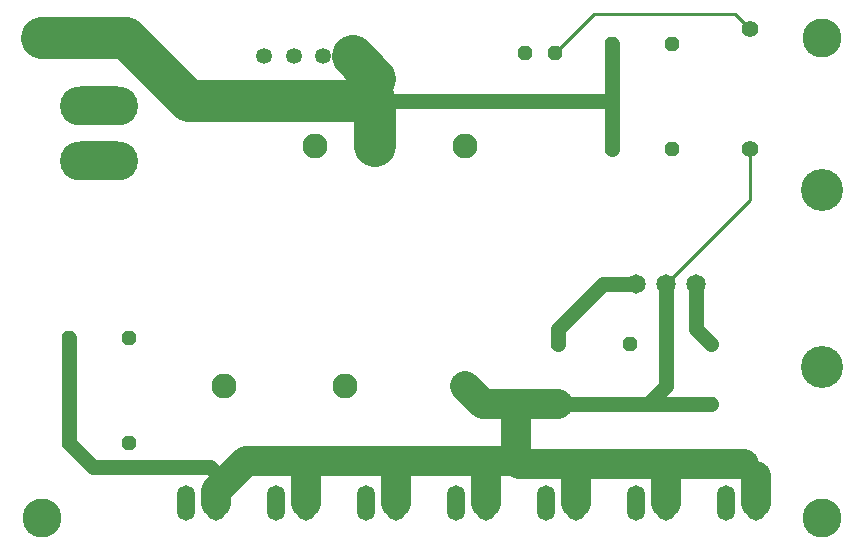
<source format=gbl>
G04 Layer_Physical_Order=2*
G04 Layer_Color=16711680*
%FSLAX23Y23*%
%MOIN*%
G70*
G01*
G75*
%ADD11C,0.010*%
%ADD12C,0.140*%
%ADD14C,0.100*%
%ADD15C,0.050*%
%ADD16C,0.055*%
%ADD17O,0.059X0.118*%
%ADD18P,0.052X8X292.5*%
%ADD19P,0.052X8X202.5*%
%ADD20C,0.083*%
%ADD21O,0.260X0.130*%
%ADD22C,0.053*%
%ADD23C,0.130*%
%ADD24C,0.140*%
%ADD25C,0.065*%
D11*
X4410Y3750D02*
X4540Y3880D01*
X5010D01*
X5060Y3830D01*
X4780Y2980D02*
X5060Y3260D01*
Y3430D01*
D12*
X3738Y3740D02*
X3812Y3665D01*
X3190Y3590D02*
X3812D01*
X2980Y3800D02*
X3190Y3590D01*
X2700Y3800D02*
X2980D01*
X3812Y3440D02*
Y3590D01*
D14*
X4280Y2390D02*
X4290Y2380D01*
X4500D01*
X4480Y2360D02*
X4500Y2380D01*
X4480Y2250D02*
Y2360D01*
X4180Y2390D02*
X4280D01*
X3850D02*
X4180D01*
X4280D02*
Y2580D01*
X4180Y2390D02*
X4180Y2390D01*
Y2250D02*
Y2390D01*
X3570Y2390D02*
X3850D01*
X3880Y2360D01*
Y2250D02*
Y2360D01*
X3380Y2390D02*
X3570D01*
X3580Y2380D01*
Y2250D02*
Y2380D01*
X3280Y2290D02*
X3380Y2390D01*
X3280Y2250D02*
Y2290D01*
X3812Y3590D02*
Y3665D01*
X4112Y2640D02*
X4172Y2580D01*
X4280D01*
X4420D01*
X4780Y2250D02*
Y2360D01*
X5080Y2250D02*
Y2340D01*
X4760Y2380D02*
X5040D01*
X4500D02*
X4760D01*
D15*
X3280Y2290D02*
Y2350D01*
X3260Y2370D02*
X3280Y2350D01*
X2870Y2370D02*
X3260D01*
X2790Y2450D02*
X2870Y2370D01*
X2790Y2450D02*
Y2800D01*
X4420Y2780D02*
Y2830D01*
X4570Y2980D01*
X4680D01*
X4880Y2830D02*
Y2980D01*
Y2830D02*
X4930Y2780D01*
X4780Y2640D02*
Y2980D01*
X4720Y2580D02*
X4780Y2640D01*
X4660Y2580D02*
X4720D01*
X4930D01*
X4420D02*
X4660D01*
X4760Y2380D02*
X4780Y2360D01*
X5040Y2380D02*
X5080Y2340D01*
X3812Y3590D02*
X4600D01*
Y3430D02*
Y3590D01*
Y3780D01*
D16*
X5060Y3430D02*
D03*
Y3830D02*
D03*
D17*
X4780Y2250D02*
D03*
X4680D02*
D03*
X5080D02*
D03*
X4980D02*
D03*
X3280D02*
D03*
X3180D02*
D03*
X3580D02*
D03*
X3480D02*
D03*
X3880D02*
D03*
X3780D02*
D03*
X4180D02*
D03*
X4080D02*
D03*
X4480D02*
D03*
X4380D02*
D03*
D18*
X4930Y2580D02*
D03*
Y2780D02*
D03*
X4660Y2580D02*
D03*
Y2780D02*
D03*
X4420Y2580D02*
D03*
Y2780D02*
D03*
D19*
X2790Y2450D02*
D03*
X2990D02*
D03*
X4600Y3780D02*
D03*
X4800D02*
D03*
X2790Y2800D02*
D03*
X2990D02*
D03*
X4600Y3430D02*
D03*
X4800D02*
D03*
X4310Y3750D02*
D03*
X4410D02*
D03*
D20*
X3308Y2640D02*
D03*
X3710D02*
D03*
X4112D02*
D03*
X3612Y3440D02*
D03*
X3812D02*
D03*
X4112D02*
D03*
D21*
X2890Y3575D02*
D03*
Y3390D02*
D03*
D22*
X3442Y3740D02*
D03*
X3541D02*
D03*
X3639D02*
D03*
X3738D02*
D03*
D23*
X5300Y2200D02*
D03*
X2700Y3800D02*
D03*
X5300D02*
D03*
X2700Y2200D02*
D03*
D24*
X5300Y2705D02*
D03*
Y3295D02*
D03*
D25*
X4780Y2980D02*
D03*
X4880D02*
D03*
X4680D02*
D03*
M02*

</source>
